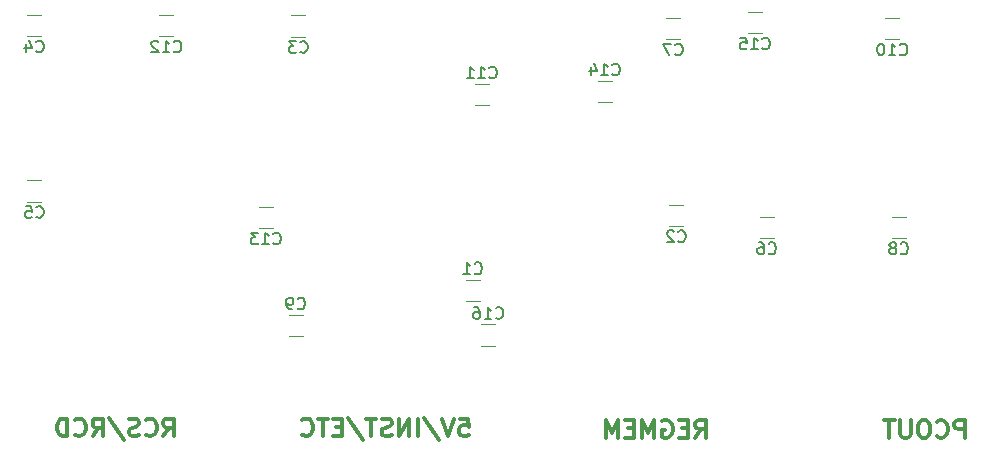
<source format=gbr>
G04 #@! TF.GenerationSoftware,KiCad,Pcbnew,5.1.5+dfsg1-2build2*
G04 #@! TF.CreationDate,2022-05-11T22:38:19-07:00*
G04 #@! TF.ProjectId,ProgramCounter,50726f67-7261-46d4-936f-756e7465722e,rev?*
G04 #@! TF.SameCoordinates,Original*
G04 #@! TF.FileFunction,Legend,Bot*
G04 #@! TF.FilePolarity,Positive*
%FSLAX46Y46*%
G04 Gerber Fmt 4.6, Leading zero omitted, Abs format (unit mm)*
G04 Created by KiCad (PCBNEW 5.1.5+dfsg1-2build2) date 2022-05-11 22:38:19*
%MOMM*%
%LPD*%
G04 APERTURE LIST*
%ADD10C,0.300000*%
%ADD11C,0.120000*%
%ADD12C,0.150000*%
G04 APERTURE END LIST*
D10*
X133333714Y-91737571D02*
X133333714Y-90237571D01*
X132762285Y-90237571D01*
X132619428Y-90309000D01*
X132548000Y-90380428D01*
X132476571Y-90523285D01*
X132476571Y-90737571D01*
X132548000Y-90880428D01*
X132619428Y-90951857D01*
X132762285Y-91023285D01*
X133333714Y-91023285D01*
X130976571Y-91594714D02*
X131048000Y-91666142D01*
X131262285Y-91737571D01*
X131405142Y-91737571D01*
X131619428Y-91666142D01*
X131762285Y-91523285D01*
X131833714Y-91380428D01*
X131905142Y-91094714D01*
X131905142Y-90880428D01*
X131833714Y-90594714D01*
X131762285Y-90451857D01*
X131619428Y-90309000D01*
X131405142Y-90237571D01*
X131262285Y-90237571D01*
X131048000Y-90309000D01*
X130976571Y-90380428D01*
X130048000Y-90237571D02*
X129762285Y-90237571D01*
X129619428Y-90309000D01*
X129476571Y-90451857D01*
X129405142Y-90737571D01*
X129405142Y-91237571D01*
X129476571Y-91523285D01*
X129619428Y-91666142D01*
X129762285Y-91737571D01*
X130048000Y-91737571D01*
X130190857Y-91666142D01*
X130333714Y-91523285D01*
X130405142Y-91237571D01*
X130405142Y-90737571D01*
X130333714Y-90451857D01*
X130190857Y-90309000D01*
X130048000Y-90237571D01*
X128762285Y-90237571D02*
X128762285Y-91451857D01*
X128690857Y-91594714D01*
X128619428Y-91666142D01*
X128476571Y-91737571D01*
X128190857Y-91737571D01*
X128048000Y-91666142D01*
X127976571Y-91594714D01*
X127905142Y-91451857D01*
X127905142Y-90237571D01*
X127405142Y-90237571D02*
X126548000Y-90237571D01*
X126976571Y-91737571D02*
X126976571Y-90237571D01*
X110545142Y-91737571D02*
X111045142Y-91023285D01*
X111402285Y-91737571D02*
X111402285Y-90237571D01*
X110830857Y-90237571D01*
X110688000Y-90309000D01*
X110616571Y-90380428D01*
X110545142Y-90523285D01*
X110545142Y-90737571D01*
X110616571Y-90880428D01*
X110688000Y-90951857D01*
X110830857Y-91023285D01*
X111402285Y-91023285D01*
X109902285Y-90951857D02*
X109402285Y-90951857D01*
X109188000Y-91737571D02*
X109902285Y-91737571D01*
X109902285Y-90237571D01*
X109188000Y-90237571D01*
X107759428Y-90309000D02*
X107902285Y-90237571D01*
X108116571Y-90237571D01*
X108330857Y-90309000D01*
X108473714Y-90451857D01*
X108545142Y-90594714D01*
X108616571Y-90880428D01*
X108616571Y-91094714D01*
X108545142Y-91380428D01*
X108473714Y-91523285D01*
X108330857Y-91666142D01*
X108116571Y-91737571D01*
X107973714Y-91737571D01*
X107759428Y-91666142D01*
X107688000Y-91594714D01*
X107688000Y-91094714D01*
X107973714Y-91094714D01*
X107045142Y-91737571D02*
X107045142Y-90237571D01*
X106545142Y-91309000D01*
X106045142Y-90237571D01*
X106045142Y-91737571D01*
X105330857Y-90951857D02*
X104830857Y-90951857D01*
X104616571Y-91737571D02*
X105330857Y-91737571D01*
X105330857Y-90237571D01*
X104616571Y-90237571D01*
X103973714Y-91737571D02*
X103973714Y-90237571D01*
X103473714Y-91309000D01*
X102973714Y-90237571D01*
X102973714Y-91737571D01*
X90613714Y-90110571D02*
X91328000Y-90110571D01*
X91399428Y-90824857D01*
X91328000Y-90753428D01*
X91185142Y-90682000D01*
X90828000Y-90682000D01*
X90685142Y-90753428D01*
X90613714Y-90824857D01*
X90542285Y-90967714D01*
X90542285Y-91324857D01*
X90613714Y-91467714D01*
X90685142Y-91539142D01*
X90828000Y-91610571D01*
X91185142Y-91610571D01*
X91328000Y-91539142D01*
X91399428Y-91467714D01*
X90113714Y-90110571D02*
X89613714Y-91610571D01*
X89113714Y-90110571D01*
X87542285Y-90039142D02*
X88828000Y-91967714D01*
X87042285Y-91610571D02*
X87042285Y-90110571D01*
X86328000Y-91610571D02*
X86328000Y-90110571D01*
X85470857Y-91610571D01*
X85470857Y-90110571D01*
X84828000Y-91539142D02*
X84613714Y-91610571D01*
X84256571Y-91610571D01*
X84113714Y-91539142D01*
X84042285Y-91467714D01*
X83970857Y-91324857D01*
X83970857Y-91182000D01*
X84042285Y-91039142D01*
X84113714Y-90967714D01*
X84256571Y-90896285D01*
X84542285Y-90824857D01*
X84685142Y-90753428D01*
X84756571Y-90682000D01*
X84828000Y-90539142D01*
X84828000Y-90396285D01*
X84756571Y-90253428D01*
X84685142Y-90182000D01*
X84542285Y-90110571D01*
X84185142Y-90110571D01*
X83970857Y-90182000D01*
X83542285Y-90110571D02*
X82685142Y-90110571D01*
X83113714Y-91610571D02*
X83113714Y-90110571D01*
X81113714Y-90039142D02*
X82399428Y-91967714D01*
X80613714Y-90824857D02*
X80113714Y-90824857D01*
X79899428Y-91610571D02*
X80613714Y-91610571D01*
X80613714Y-90110571D01*
X79899428Y-90110571D01*
X79470857Y-90110571D02*
X78613714Y-90110571D01*
X79042285Y-91610571D02*
X79042285Y-90110571D01*
X77256571Y-91467714D02*
X77328000Y-91539142D01*
X77542285Y-91610571D01*
X77685142Y-91610571D01*
X77899428Y-91539142D01*
X78042285Y-91396285D01*
X78113714Y-91253428D01*
X78185142Y-90967714D01*
X78185142Y-90753428D01*
X78113714Y-90467714D01*
X78042285Y-90324857D01*
X77899428Y-90182000D01*
X77685142Y-90110571D01*
X77542285Y-90110571D01*
X77328000Y-90182000D01*
X77256571Y-90253428D01*
X65503714Y-91610571D02*
X66003714Y-90896285D01*
X66360857Y-91610571D02*
X66360857Y-90110571D01*
X65789428Y-90110571D01*
X65646571Y-90182000D01*
X65575142Y-90253428D01*
X65503714Y-90396285D01*
X65503714Y-90610571D01*
X65575142Y-90753428D01*
X65646571Y-90824857D01*
X65789428Y-90896285D01*
X66360857Y-90896285D01*
X64003714Y-91467714D02*
X64075142Y-91539142D01*
X64289428Y-91610571D01*
X64432285Y-91610571D01*
X64646571Y-91539142D01*
X64789428Y-91396285D01*
X64860857Y-91253428D01*
X64932285Y-90967714D01*
X64932285Y-90753428D01*
X64860857Y-90467714D01*
X64789428Y-90324857D01*
X64646571Y-90182000D01*
X64432285Y-90110571D01*
X64289428Y-90110571D01*
X64075142Y-90182000D01*
X64003714Y-90253428D01*
X63432285Y-91539142D02*
X63218000Y-91610571D01*
X62860857Y-91610571D01*
X62718000Y-91539142D01*
X62646571Y-91467714D01*
X62575142Y-91324857D01*
X62575142Y-91182000D01*
X62646571Y-91039142D01*
X62718000Y-90967714D01*
X62860857Y-90896285D01*
X63146571Y-90824857D01*
X63289428Y-90753428D01*
X63360857Y-90682000D01*
X63432285Y-90539142D01*
X63432285Y-90396285D01*
X63360857Y-90253428D01*
X63289428Y-90182000D01*
X63146571Y-90110571D01*
X62789428Y-90110571D01*
X62575142Y-90182000D01*
X60860857Y-90039142D02*
X62146571Y-91967714D01*
X59503714Y-91610571D02*
X60003714Y-90896285D01*
X60360857Y-91610571D02*
X60360857Y-90110571D01*
X59789428Y-90110571D01*
X59646571Y-90182000D01*
X59575142Y-90253428D01*
X59503714Y-90396285D01*
X59503714Y-90610571D01*
X59575142Y-90753428D01*
X59646571Y-90824857D01*
X59789428Y-90896285D01*
X60360857Y-90896285D01*
X58003714Y-91467714D02*
X58075142Y-91539142D01*
X58289428Y-91610571D01*
X58432285Y-91610571D01*
X58646571Y-91539142D01*
X58789428Y-91396285D01*
X58860857Y-91253428D01*
X58932285Y-90967714D01*
X58932285Y-90753428D01*
X58860857Y-90467714D01*
X58789428Y-90324857D01*
X58646571Y-90182000D01*
X58432285Y-90110571D01*
X58289428Y-90110571D01*
X58075142Y-90182000D01*
X58003714Y-90253428D01*
X57360857Y-91610571D02*
X57360857Y-90110571D01*
X57003714Y-90110571D01*
X56789428Y-90182000D01*
X56646571Y-90324857D01*
X56575142Y-90467714D01*
X56503714Y-90753428D01*
X56503714Y-90967714D01*
X56575142Y-91253428D01*
X56646571Y-91396285D01*
X56789428Y-91539142D01*
X57003714Y-91610571D01*
X57360857Y-91610571D01*
D11*
X93602564Y-83968000D02*
X92398436Y-83968000D01*
X93602564Y-82148000D02*
X92398436Y-82148000D01*
X53971436Y-69956000D02*
X55175564Y-69956000D01*
X53971436Y-71776000D02*
X55175564Y-71776000D01*
X114967936Y-55670000D02*
X116172064Y-55670000D01*
X114967936Y-57490000D02*
X116172064Y-57490000D01*
X103472064Y-63332000D02*
X102267936Y-63332000D01*
X103472064Y-61512000D02*
X102267936Y-61512000D01*
X73565936Y-72180000D02*
X74770064Y-72180000D01*
X73565936Y-74000000D02*
X74770064Y-74000000D01*
X65147436Y-55924000D02*
X66351564Y-55924000D01*
X65147436Y-57744000D02*
X66351564Y-57744000D01*
X93058064Y-63586000D02*
X91853936Y-63586000D01*
X93058064Y-61766000D02*
X91853936Y-61766000D01*
X126615436Y-56178000D02*
X127819564Y-56178000D01*
X126615436Y-57998000D02*
X127819564Y-57998000D01*
X77310064Y-83144000D02*
X76105936Y-83144000D01*
X77310064Y-81324000D02*
X76105936Y-81324000D01*
X127159936Y-73022000D02*
X128364064Y-73022000D01*
X127159936Y-74842000D02*
X128364064Y-74842000D01*
X108073436Y-57998000D02*
X109277564Y-57998000D01*
X108073436Y-56178000D02*
X109277564Y-56178000D01*
X115983936Y-73022000D02*
X117188064Y-73022000D01*
X115983936Y-74842000D02*
X117188064Y-74842000D01*
X53971436Y-57744000D02*
X55175564Y-57744000D01*
X53971436Y-55924000D02*
X55175564Y-55924000D01*
X76323436Y-57806000D02*
X77527564Y-57806000D01*
X76323436Y-55986000D02*
X77527564Y-55986000D01*
X108327436Y-72006000D02*
X109531564Y-72006000D01*
X108327436Y-73826000D02*
X109531564Y-73826000D01*
X92296064Y-80176000D02*
X91091936Y-80176000D01*
X92296064Y-78356000D02*
X91091936Y-78356000D01*
D12*
X93643357Y-81595142D02*
X93690976Y-81642761D01*
X93833833Y-81690380D01*
X93929071Y-81690380D01*
X94071928Y-81642761D01*
X94167166Y-81547523D01*
X94214785Y-81452285D01*
X94262404Y-81261809D01*
X94262404Y-81118952D01*
X94214785Y-80928476D01*
X94167166Y-80833238D01*
X94071928Y-80738000D01*
X93929071Y-80690380D01*
X93833833Y-80690380D01*
X93690976Y-80738000D01*
X93643357Y-80785619D01*
X92690976Y-81690380D02*
X93262404Y-81690380D01*
X92976690Y-81690380D02*
X92976690Y-80690380D01*
X93071928Y-80833238D01*
X93167166Y-80928476D01*
X93262404Y-80976095D01*
X91833833Y-80690380D02*
X92024309Y-80690380D01*
X92119547Y-80738000D01*
X92167166Y-80785619D01*
X92262404Y-80928476D01*
X92310023Y-81118952D01*
X92310023Y-81499904D01*
X92262404Y-81595142D01*
X92214785Y-81642761D01*
X92119547Y-81690380D01*
X91929071Y-81690380D01*
X91833833Y-81642761D01*
X91786214Y-81595142D01*
X91738595Y-81499904D01*
X91738595Y-81261809D01*
X91786214Y-81166571D01*
X91833833Y-81118952D01*
X91929071Y-81071333D01*
X92119547Y-81071333D01*
X92214785Y-81118952D01*
X92262404Y-81166571D01*
X92310023Y-81261809D01*
X54740166Y-73043142D02*
X54787785Y-73090761D01*
X54930642Y-73138380D01*
X55025880Y-73138380D01*
X55168738Y-73090761D01*
X55263976Y-72995523D01*
X55311595Y-72900285D01*
X55359214Y-72709809D01*
X55359214Y-72566952D01*
X55311595Y-72376476D01*
X55263976Y-72281238D01*
X55168738Y-72186000D01*
X55025880Y-72138380D01*
X54930642Y-72138380D01*
X54787785Y-72186000D01*
X54740166Y-72233619D01*
X53835404Y-72138380D02*
X54311595Y-72138380D01*
X54359214Y-72614571D01*
X54311595Y-72566952D01*
X54216357Y-72519333D01*
X53978261Y-72519333D01*
X53883023Y-72566952D01*
X53835404Y-72614571D01*
X53787785Y-72709809D01*
X53787785Y-72947904D01*
X53835404Y-73043142D01*
X53883023Y-73090761D01*
X53978261Y-73138380D01*
X54216357Y-73138380D01*
X54311595Y-73090761D01*
X54359214Y-73043142D01*
X116212857Y-58757142D02*
X116260476Y-58804761D01*
X116403333Y-58852380D01*
X116498571Y-58852380D01*
X116641428Y-58804761D01*
X116736666Y-58709523D01*
X116784285Y-58614285D01*
X116831904Y-58423809D01*
X116831904Y-58280952D01*
X116784285Y-58090476D01*
X116736666Y-57995238D01*
X116641428Y-57900000D01*
X116498571Y-57852380D01*
X116403333Y-57852380D01*
X116260476Y-57900000D01*
X116212857Y-57947619D01*
X115260476Y-58852380D02*
X115831904Y-58852380D01*
X115546190Y-58852380D02*
X115546190Y-57852380D01*
X115641428Y-57995238D01*
X115736666Y-58090476D01*
X115831904Y-58138095D01*
X114355714Y-57852380D02*
X114831904Y-57852380D01*
X114879523Y-58328571D01*
X114831904Y-58280952D01*
X114736666Y-58233333D01*
X114498571Y-58233333D01*
X114403333Y-58280952D01*
X114355714Y-58328571D01*
X114308095Y-58423809D01*
X114308095Y-58661904D01*
X114355714Y-58757142D01*
X114403333Y-58804761D01*
X114498571Y-58852380D01*
X114736666Y-58852380D01*
X114831904Y-58804761D01*
X114879523Y-58757142D01*
X103512857Y-60959142D02*
X103560476Y-61006761D01*
X103703333Y-61054380D01*
X103798571Y-61054380D01*
X103941428Y-61006761D01*
X104036666Y-60911523D01*
X104084285Y-60816285D01*
X104131904Y-60625809D01*
X104131904Y-60482952D01*
X104084285Y-60292476D01*
X104036666Y-60197238D01*
X103941428Y-60102000D01*
X103798571Y-60054380D01*
X103703333Y-60054380D01*
X103560476Y-60102000D01*
X103512857Y-60149619D01*
X102560476Y-61054380D02*
X103131904Y-61054380D01*
X102846190Y-61054380D02*
X102846190Y-60054380D01*
X102941428Y-60197238D01*
X103036666Y-60292476D01*
X103131904Y-60340095D01*
X101703333Y-60387714D02*
X101703333Y-61054380D01*
X101941428Y-60006761D02*
X102179523Y-60721047D01*
X101560476Y-60721047D01*
X74810857Y-75267142D02*
X74858476Y-75314761D01*
X75001333Y-75362380D01*
X75096571Y-75362380D01*
X75239428Y-75314761D01*
X75334666Y-75219523D01*
X75382285Y-75124285D01*
X75429904Y-74933809D01*
X75429904Y-74790952D01*
X75382285Y-74600476D01*
X75334666Y-74505238D01*
X75239428Y-74410000D01*
X75096571Y-74362380D01*
X75001333Y-74362380D01*
X74858476Y-74410000D01*
X74810857Y-74457619D01*
X73858476Y-75362380D02*
X74429904Y-75362380D01*
X74144190Y-75362380D02*
X74144190Y-74362380D01*
X74239428Y-74505238D01*
X74334666Y-74600476D01*
X74429904Y-74648095D01*
X73525142Y-74362380D02*
X72906095Y-74362380D01*
X73239428Y-74743333D01*
X73096571Y-74743333D01*
X73001333Y-74790952D01*
X72953714Y-74838571D01*
X72906095Y-74933809D01*
X72906095Y-75171904D01*
X72953714Y-75267142D01*
X73001333Y-75314761D01*
X73096571Y-75362380D01*
X73382285Y-75362380D01*
X73477523Y-75314761D01*
X73525142Y-75267142D01*
X66392357Y-59011142D02*
X66439976Y-59058761D01*
X66582833Y-59106380D01*
X66678071Y-59106380D01*
X66820928Y-59058761D01*
X66916166Y-58963523D01*
X66963785Y-58868285D01*
X67011404Y-58677809D01*
X67011404Y-58534952D01*
X66963785Y-58344476D01*
X66916166Y-58249238D01*
X66820928Y-58154000D01*
X66678071Y-58106380D01*
X66582833Y-58106380D01*
X66439976Y-58154000D01*
X66392357Y-58201619D01*
X65439976Y-59106380D02*
X66011404Y-59106380D01*
X65725690Y-59106380D02*
X65725690Y-58106380D01*
X65820928Y-58249238D01*
X65916166Y-58344476D01*
X66011404Y-58392095D01*
X65059023Y-58201619D02*
X65011404Y-58154000D01*
X64916166Y-58106380D01*
X64678071Y-58106380D01*
X64582833Y-58154000D01*
X64535214Y-58201619D01*
X64487595Y-58296857D01*
X64487595Y-58392095D01*
X64535214Y-58534952D01*
X65106642Y-59106380D01*
X64487595Y-59106380D01*
X93098857Y-61213142D02*
X93146476Y-61260761D01*
X93289333Y-61308380D01*
X93384571Y-61308380D01*
X93527428Y-61260761D01*
X93622666Y-61165523D01*
X93670285Y-61070285D01*
X93717904Y-60879809D01*
X93717904Y-60736952D01*
X93670285Y-60546476D01*
X93622666Y-60451238D01*
X93527428Y-60356000D01*
X93384571Y-60308380D01*
X93289333Y-60308380D01*
X93146476Y-60356000D01*
X93098857Y-60403619D01*
X92146476Y-61308380D02*
X92717904Y-61308380D01*
X92432190Y-61308380D02*
X92432190Y-60308380D01*
X92527428Y-60451238D01*
X92622666Y-60546476D01*
X92717904Y-60594095D01*
X91194095Y-61308380D02*
X91765523Y-61308380D01*
X91479809Y-61308380D02*
X91479809Y-60308380D01*
X91575047Y-60451238D01*
X91670285Y-60546476D01*
X91765523Y-60594095D01*
X127860357Y-59265142D02*
X127907976Y-59312761D01*
X128050833Y-59360380D01*
X128146071Y-59360380D01*
X128288928Y-59312761D01*
X128384166Y-59217523D01*
X128431785Y-59122285D01*
X128479404Y-58931809D01*
X128479404Y-58788952D01*
X128431785Y-58598476D01*
X128384166Y-58503238D01*
X128288928Y-58408000D01*
X128146071Y-58360380D01*
X128050833Y-58360380D01*
X127907976Y-58408000D01*
X127860357Y-58455619D01*
X126907976Y-59360380D02*
X127479404Y-59360380D01*
X127193690Y-59360380D02*
X127193690Y-58360380D01*
X127288928Y-58503238D01*
X127384166Y-58598476D01*
X127479404Y-58646095D01*
X126288928Y-58360380D02*
X126193690Y-58360380D01*
X126098452Y-58408000D01*
X126050833Y-58455619D01*
X126003214Y-58550857D01*
X125955595Y-58741333D01*
X125955595Y-58979428D01*
X126003214Y-59169904D01*
X126050833Y-59265142D01*
X126098452Y-59312761D01*
X126193690Y-59360380D01*
X126288928Y-59360380D01*
X126384166Y-59312761D01*
X126431785Y-59265142D01*
X126479404Y-59169904D01*
X126527023Y-58979428D01*
X126527023Y-58741333D01*
X126479404Y-58550857D01*
X126431785Y-58455619D01*
X126384166Y-58408000D01*
X126288928Y-58360380D01*
X76874666Y-80771142D02*
X76922285Y-80818761D01*
X77065142Y-80866380D01*
X77160380Y-80866380D01*
X77303238Y-80818761D01*
X77398476Y-80723523D01*
X77446095Y-80628285D01*
X77493714Y-80437809D01*
X77493714Y-80294952D01*
X77446095Y-80104476D01*
X77398476Y-80009238D01*
X77303238Y-79914000D01*
X77160380Y-79866380D01*
X77065142Y-79866380D01*
X76922285Y-79914000D01*
X76874666Y-79961619D01*
X76398476Y-80866380D02*
X76208000Y-80866380D01*
X76112761Y-80818761D01*
X76065142Y-80771142D01*
X75969904Y-80628285D01*
X75922285Y-80437809D01*
X75922285Y-80056857D01*
X75969904Y-79961619D01*
X76017523Y-79914000D01*
X76112761Y-79866380D01*
X76303238Y-79866380D01*
X76398476Y-79914000D01*
X76446095Y-79961619D01*
X76493714Y-80056857D01*
X76493714Y-80294952D01*
X76446095Y-80390190D01*
X76398476Y-80437809D01*
X76303238Y-80485428D01*
X76112761Y-80485428D01*
X76017523Y-80437809D01*
X75969904Y-80390190D01*
X75922285Y-80294952D01*
X127928666Y-76109142D02*
X127976285Y-76156761D01*
X128119142Y-76204380D01*
X128214380Y-76204380D01*
X128357238Y-76156761D01*
X128452476Y-76061523D01*
X128500095Y-75966285D01*
X128547714Y-75775809D01*
X128547714Y-75632952D01*
X128500095Y-75442476D01*
X128452476Y-75347238D01*
X128357238Y-75252000D01*
X128214380Y-75204380D01*
X128119142Y-75204380D01*
X127976285Y-75252000D01*
X127928666Y-75299619D01*
X127357238Y-75632952D02*
X127452476Y-75585333D01*
X127500095Y-75537714D01*
X127547714Y-75442476D01*
X127547714Y-75394857D01*
X127500095Y-75299619D01*
X127452476Y-75252000D01*
X127357238Y-75204380D01*
X127166761Y-75204380D01*
X127071523Y-75252000D01*
X127023904Y-75299619D01*
X126976285Y-75394857D01*
X126976285Y-75442476D01*
X127023904Y-75537714D01*
X127071523Y-75585333D01*
X127166761Y-75632952D01*
X127357238Y-75632952D01*
X127452476Y-75680571D01*
X127500095Y-75728190D01*
X127547714Y-75823428D01*
X127547714Y-76013904D01*
X127500095Y-76109142D01*
X127452476Y-76156761D01*
X127357238Y-76204380D01*
X127166761Y-76204380D01*
X127071523Y-76156761D01*
X127023904Y-76109142D01*
X126976285Y-76013904D01*
X126976285Y-75823428D01*
X127023904Y-75728190D01*
X127071523Y-75680571D01*
X127166761Y-75632952D01*
X108842166Y-59265142D02*
X108889785Y-59312761D01*
X109032642Y-59360380D01*
X109127880Y-59360380D01*
X109270738Y-59312761D01*
X109365976Y-59217523D01*
X109413595Y-59122285D01*
X109461214Y-58931809D01*
X109461214Y-58788952D01*
X109413595Y-58598476D01*
X109365976Y-58503238D01*
X109270738Y-58408000D01*
X109127880Y-58360380D01*
X109032642Y-58360380D01*
X108889785Y-58408000D01*
X108842166Y-58455619D01*
X108508833Y-58360380D02*
X107842166Y-58360380D01*
X108270738Y-59360380D01*
X116752666Y-76109142D02*
X116800285Y-76156761D01*
X116943142Y-76204380D01*
X117038380Y-76204380D01*
X117181238Y-76156761D01*
X117276476Y-76061523D01*
X117324095Y-75966285D01*
X117371714Y-75775809D01*
X117371714Y-75632952D01*
X117324095Y-75442476D01*
X117276476Y-75347238D01*
X117181238Y-75252000D01*
X117038380Y-75204380D01*
X116943142Y-75204380D01*
X116800285Y-75252000D01*
X116752666Y-75299619D01*
X115895523Y-75204380D02*
X116086000Y-75204380D01*
X116181238Y-75252000D01*
X116228857Y-75299619D01*
X116324095Y-75442476D01*
X116371714Y-75632952D01*
X116371714Y-76013904D01*
X116324095Y-76109142D01*
X116276476Y-76156761D01*
X116181238Y-76204380D01*
X115990761Y-76204380D01*
X115895523Y-76156761D01*
X115847904Y-76109142D01*
X115800285Y-76013904D01*
X115800285Y-75775809D01*
X115847904Y-75680571D01*
X115895523Y-75632952D01*
X115990761Y-75585333D01*
X116181238Y-75585333D01*
X116276476Y-75632952D01*
X116324095Y-75680571D01*
X116371714Y-75775809D01*
X54740166Y-59011142D02*
X54787785Y-59058761D01*
X54930642Y-59106380D01*
X55025880Y-59106380D01*
X55168738Y-59058761D01*
X55263976Y-58963523D01*
X55311595Y-58868285D01*
X55359214Y-58677809D01*
X55359214Y-58534952D01*
X55311595Y-58344476D01*
X55263976Y-58249238D01*
X55168738Y-58154000D01*
X55025880Y-58106380D01*
X54930642Y-58106380D01*
X54787785Y-58154000D01*
X54740166Y-58201619D01*
X53883023Y-58439714D02*
X53883023Y-59106380D01*
X54121119Y-58058761D02*
X54359214Y-58773047D01*
X53740166Y-58773047D01*
X77092166Y-59073142D02*
X77139785Y-59120761D01*
X77282642Y-59168380D01*
X77377880Y-59168380D01*
X77520738Y-59120761D01*
X77615976Y-59025523D01*
X77663595Y-58930285D01*
X77711214Y-58739809D01*
X77711214Y-58596952D01*
X77663595Y-58406476D01*
X77615976Y-58311238D01*
X77520738Y-58216000D01*
X77377880Y-58168380D01*
X77282642Y-58168380D01*
X77139785Y-58216000D01*
X77092166Y-58263619D01*
X76758833Y-58168380D02*
X76139785Y-58168380D01*
X76473119Y-58549333D01*
X76330261Y-58549333D01*
X76235023Y-58596952D01*
X76187404Y-58644571D01*
X76139785Y-58739809D01*
X76139785Y-58977904D01*
X76187404Y-59073142D01*
X76235023Y-59120761D01*
X76330261Y-59168380D01*
X76615976Y-59168380D01*
X76711214Y-59120761D01*
X76758833Y-59073142D01*
X109096166Y-75093142D02*
X109143785Y-75140761D01*
X109286642Y-75188380D01*
X109381880Y-75188380D01*
X109524738Y-75140761D01*
X109619976Y-75045523D01*
X109667595Y-74950285D01*
X109715214Y-74759809D01*
X109715214Y-74616952D01*
X109667595Y-74426476D01*
X109619976Y-74331238D01*
X109524738Y-74236000D01*
X109381880Y-74188380D01*
X109286642Y-74188380D01*
X109143785Y-74236000D01*
X109096166Y-74283619D01*
X108715214Y-74283619D02*
X108667595Y-74236000D01*
X108572357Y-74188380D01*
X108334261Y-74188380D01*
X108239023Y-74236000D01*
X108191404Y-74283619D01*
X108143785Y-74378857D01*
X108143785Y-74474095D01*
X108191404Y-74616952D01*
X108762833Y-75188380D01*
X108143785Y-75188380D01*
X91860666Y-77803142D02*
X91908285Y-77850761D01*
X92051142Y-77898380D01*
X92146380Y-77898380D01*
X92289238Y-77850761D01*
X92384476Y-77755523D01*
X92432095Y-77660285D01*
X92479714Y-77469809D01*
X92479714Y-77326952D01*
X92432095Y-77136476D01*
X92384476Y-77041238D01*
X92289238Y-76946000D01*
X92146380Y-76898380D01*
X92051142Y-76898380D01*
X91908285Y-76946000D01*
X91860666Y-76993619D01*
X90908285Y-77898380D02*
X91479714Y-77898380D01*
X91194000Y-77898380D02*
X91194000Y-76898380D01*
X91289238Y-77041238D01*
X91384476Y-77136476D01*
X91479714Y-77184095D01*
M02*

</source>
